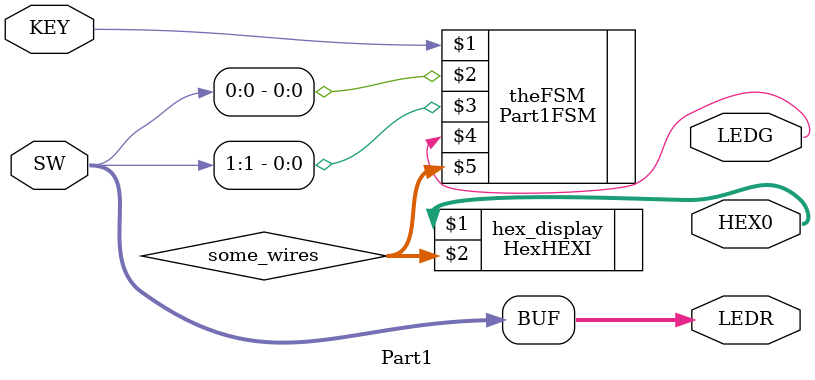
<source format=sv>

module Part1(SW, KEY, LEDG, LEDR, HEX0);
	input [1:0] SW;
	input [0:0] KEY;
	output [1:0]LEDR;
	output [0:0]LEDG;
	output logic [0:6]HEX0;
	
	logic [3:0] some_wires;
	
	assign LEDR = SW;
	
	Part1FSM theFSM(KEY, SW[0], SW[1], LEDG, some_wires);
	
	HexHEXI hex_display(HEX0, some_wires);
	
	
endmodule	

</source>
